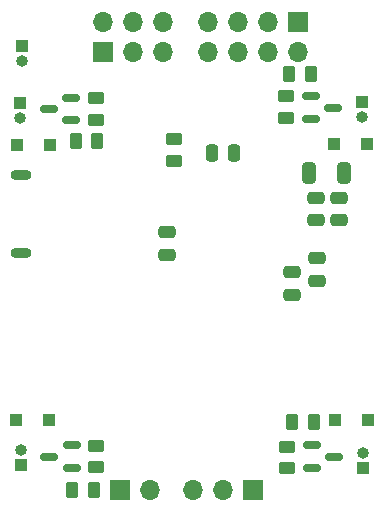
<source format=gbr>
%TF.GenerationSoftware,KiCad,Pcbnew,7.0.6-1.fc38*%
%TF.CreationDate,2023-08-03T18:28:49+02:00*%
%TF.ProjectId,quadcopter-flight-controler,71756164-636f-4707-9465-722d666c6967,rev?*%
%TF.SameCoordinates,Original*%
%TF.FileFunction,Soldermask,Bot*%
%TF.FilePolarity,Negative*%
%FSLAX46Y46*%
G04 Gerber Fmt 4.6, Leading zero omitted, Abs format (unit mm)*
G04 Created by KiCad (PCBNEW 7.0.6-1.fc38) date 2023-08-03 18:28:49*
%MOMM*%
%LPD*%
G01*
G04 APERTURE LIST*
G04 Aperture macros list*
%AMRoundRect*
0 Rectangle with rounded corners*
0 $1 Rounding radius*
0 $2 $3 $4 $5 $6 $7 $8 $9 X,Y pos of 4 corners*
0 Add a 4 corners polygon primitive as box body*
4,1,4,$2,$3,$4,$5,$6,$7,$8,$9,$2,$3,0*
0 Add four circle primitives for the rounded corners*
1,1,$1+$1,$2,$3*
1,1,$1+$1,$4,$5*
1,1,$1+$1,$6,$7*
1,1,$1+$1,$8,$9*
0 Add four rect primitives between the rounded corners*
20,1,$1+$1,$2,$3,$4,$5,0*
20,1,$1+$1,$4,$5,$6,$7,0*
20,1,$1+$1,$6,$7,$8,$9,0*
20,1,$1+$1,$8,$9,$2,$3,0*%
G04 Aperture macros list end*
%ADD10R,1.700000X1.700000*%
%ADD11O,1.700000X1.700000*%
%ADD12R,1.000000X1.000000*%
%ADD13O,1.000000X1.000000*%
%ADD14O,1.800000X0.900000*%
%ADD15RoundRect,0.250000X0.450000X-0.262500X0.450000X0.262500X-0.450000X0.262500X-0.450000X-0.262500X0*%
%ADD16RoundRect,0.250000X-0.262500X-0.450000X0.262500X-0.450000X0.262500X0.450000X-0.262500X0.450000X0*%
%ADD17RoundRect,0.250000X0.300000X0.300000X-0.300000X0.300000X-0.300000X-0.300000X0.300000X-0.300000X0*%
%ADD18RoundRect,0.250000X-0.250000X-0.475000X0.250000X-0.475000X0.250000X0.475000X-0.250000X0.475000X0*%
%ADD19RoundRect,0.250000X-0.325000X-0.650000X0.325000X-0.650000X0.325000X0.650000X-0.325000X0.650000X0*%
%ADD20RoundRect,0.250000X0.262500X0.450000X-0.262500X0.450000X-0.262500X-0.450000X0.262500X-0.450000X0*%
%ADD21RoundRect,0.150000X0.587500X0.150000X-0.587500X0.150000X-0.587500X-0.150000X0.587500X-0.150000X0*%
%ADD22RoundRect,0.250000X-0.300000X-0.300000X0.300000X-0.300000X0.300000X0.300000X-0.300000X0.300000X0*%
%ADD23RoundRect,0.250000X-0.475000X0.250000X-0.475000X-0.250000X0.475000X-0.250000X0.475000X0.250000X0*%
%ADD24RoundRect,0.250000X-0.450000X0.262500X-0.450000X-0.262500X0.450000X-0.262500X0.450000X0.262500X0*%
%ADD25RoundRect,0.250000X0.475000X-0.250000X0.475000X0.250000X-0.475000X0.250000X-0.475000X-0.250000X0*%
%ADD26RoundRect,0.150000X-0.587500X-0.150000X0.587500X-0.150000X0.587500X0.150000X-0.587500X0.150000X0*%
G04 APERTURE END LIST*
D10*
%TO.C,J8*%
X162320000Y-82600000D03*
D11*
X162320000Y-85140000D03*
X159780000Y-82600000D03*
X159780000Y-85140000D03*
X157240000Y-82600000D03*
X157240000Y-85140000D03*
X154700000Y-82600000D03*
X154700000Y-85140000D03*
%TD*%
D12*
%TO.C,J5*%
X138800000Y-89450000D03*
D13*
X138800000Y-90720000D03*
%TD*%
D12*
%TO.C,J9*%
X138900000Y-84600000D03*
D13*
X138900000Y-85870000D03*
%TD*%
D11*
%TO.C,J4*%
X150900000Y-85175000D03*
X150900000Y-82635000D03*
X148360000Y-85175000D03*
X148360000Y-82635000D03*
D10*
X145820000Y-85175000D03*
D11*
X145820000Y-82635000D03*
%TD*%
D14*
%TO.C,J2*%
X138825000Y-95550000D03*
X138825000Y-102150000D03*
%TD*%
D12*
%TO.C,J7*%
X138875000Y-120125000D03*
D13*
X138875000Y-118855000D03*
%TD*%
D10*
%TO.C,J20*%
X158480000Y-122200000D03*
D11*
X155940000Y-122200000D03*
X153400000Y-122200000D03*
%TD*%
D12*
%TO.C,J6*%
X167725000Y-89350000D03*
D13*
X167725000Y-90620000D03*
%TD*%
D10*
%TO.C,J3*%
X147200000Y-122200000D03*
D11*
X149740000Y-122200000D03*
%TD*%
D12*
%TO.C,J1*%
X167800000Y-120400000D03*
D13*
X167800000Y-119130000D03*
%TD*%
D15*
%TO.C,R17*%
X145200000Y-120312500D03*
X145200000Y-118487500D03*
%TD*%
D16*
%TO.C,R10*%
X161797500Y-116500000D03*
X163622500Y-116500000D03*
%TD*%
D17*
%TO.C,D4*%
X168137500Y-92950000D03*
X165337500Y-92950000D03*
%TD*%
%TO.C,D2*%
X168210000Y-116300000D03*
X165410000Y-116300000D03*
%TD*%
D15*
%TO.C,R13*%
X145200000Y-90862500D03*
X145200000Y-89037500D03*
%TD*%
D18*
%TO.C,C4*%
X155000000Y-93700000D03*
X156900000Y-93700000D03*
%TD*%
D19*
%TO.C,C8*%
X163225000Y-95400000D03*
X166175000Y-95400000D03*
%TD*%
D20*
%TO.C,R16*%
X145012500Y-122200000D03*
X143187500Y-122200000D03*
%TD*%
D21*
%TO.C,Q2*%
X143075000Y-89000000D03*
X143075000Y-90900000D03*
X141200000Y-89950000D03*
%TD*%
D22*
%TO.C,D3*%
X138500000Y-93000000D03*
X141300000Y-93000000D03*
%TD*%
D23*
%TO.C,C7*%
X163800000Y-97500000D03*
X163800000Y-99400000D03*
%TD*%
D24*
%TO.C,R15*%
X161300000Y-88900000D03*
X161300000Y-90725000D03*
%TD*%
D23*
%TO.C,C5*%
X161800000Y-103800000D03*
X161800000Y-105700000D03*
%TD*%
D22*
%TO.C,D5*%
X138400000Y-116300000D03*
X141200000Y-116300000D03*
%TD*%
D23*
%TO.C,C3*%
X163900000Y-102600000D03*
X163900000Y-104500000D03*
%TD*%
D15*
%TO.C,R19*%
X151800000Y-94325000D03*
X151800000Y-92500000D03*
%TD*%
D23*
%TO.C,C6*%
X165800000Y-97500000D03*
X165800000Y-99400000D03*
%TD*%
D20*
%TO.C,R12*%
X145312500Y-92700000D03*
X143487500Y-92700000D03*
%TD*%
D24*
%TO.C,R11*%
X161347500Y-118537500D03*
X161347500Y-120362500D03*
%TD*%
D21*
%TO.C,Q4*%
X143137500Y-118450000D03*
X143137500Y-120350000D03*
X141262500Y-119400000D03*
%TD*%
D25*
%TO.C,C19*%
X151200000Y-102300000D03*
X151200000Y-100400000D03*
%TD*%
D16*
%TO.C,R14*%
X161587500Y-87000000D03*
X163412500Y-87000000D03*
%TD*%
D26*
%TO.C,Q1*%
X163510000Y-120350000D03*
X163510000Y-118450000D03*
X165385000Y-119400000D03*
%TD*%
%TO.C,Q3*%
X163400000Y-90800000D03*
X163400000Y-88900000D03*
X165275000Y-89850000D03*
%TD*%
M02*

</source>
